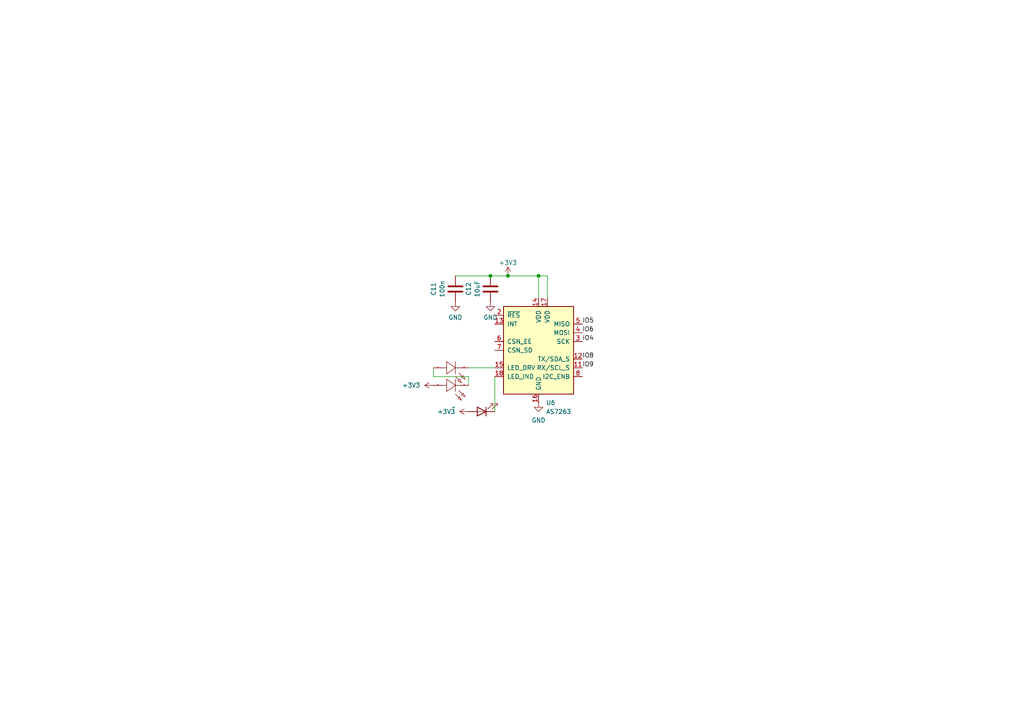
<source format=kicad_sch>
(kicad_sch
	(version 20250114)
	(generator "eeschema")
	(generator_version "9.0")
	(uuid "d7e05b03-0867-44cb-be8d-79344ae7506f")
	(paper "A4")
	(lib_symbols
		(symbol "Device:C"
			(pin_numbers
				(hide yes)
			)
			(pin_names
				(offset 0.254)
			)
			(exclude_from_sim no)
			(in_bom yes)
			(on_board yes)
			(property "Reference" "C"
				(at 0.635 2.54 0)
				(effects
					(font
						(size 1.27 1.27)
					)
					(justify left)
				)
			)
			(property "Value" "C"
				(at 0.635 -2.54 0)
				(effects
					(font
						(size 1.27 1.27)
					)
					(justify left)
				)
			)
			(property "Footprint" ""
				(at 0.9652 -3.81 0)
				(effects
					(font
						(size 1.27 1.27)
					)
					(hide yes)
				)
			)
			(property "Datasheet" "~"
				(at 0 0 0)
				(effects
					(font
						(size 1.27 1.27)
					)
					(hide yes)
				)
			)
			(property "Description" "Unpolarized capacitor"
				(at 0 0 0)
				(effects
					(font
						(size 1.27 1.27)
					)
					(hide yes)
				)
			)
			(property "ki_keywords" "cap capacitor"
				(at 0 0 0)
				(effects
					(font
						(size 1.27 1.27)
					)
					(hide yes)
				)
			)
			(property "ki_fp_filters" "C_*"
				(at 0 0 0)
				(effects
					(font
						(size 1.27 1.27)
					)
					(hide yes)
				)
			)
			(symbol "C_0_1"
				(polyline
					(pts
						(xy -2.032 0.762) (xy 2.032 0.762)
					)
					(stroke
						(width 0.508)
						(type default)
					)
					(fill
						(type none)
					)
				)
				(polyline
					(pts
						(xy -2.032 -0.762) (xy 2.032 -0.762)
					)
					(stroke
						(width 0.508)
						(type default)
					)
					(fill
						(type none)
					)
				)
			)
			(symbol "C_1_1"
				(pin passive line
					(at 0 3.81 270)
					(length 2.794)
					(name "~"
						(effects
							(font
								(size 1.27 1.27)
							)
						)
					)
					(number "1"
						(effects
							(font
								(size 1.27 1.27)
							)
						)
					)
				)
				(pin passive line
					(at 0 -3.81 90)
					(length 2.794)
					(name "~"
						(effects
							(font
								(size 1.27 1.27)
							)
						)
					)
					(number "2"
						(effects
							(font
								(size 1.27 1.27)
							)
						)
					)
				)
			)
			(embedded_fonts no)
		)
		(symbol "Device:LED"
			(pin_numbers
				(hide yes)
			)
			(pin_names
				(offset 1.016)
				(hide yes)
			)
			(exclude_from_sim no)
			(in_bom yes)
			(on_board yes)
			(property "Reference" "D"
				(at 0 2.54 0)
				(effects
					(font
						(size 1.27 1.27)
					)
				)
			)
			(property "Value" "LED"
				(at 0 -2.54 0)
				(effects
					(font
						(size 1.27 1.27)
					)
				)
			)
			(property "Footprint" ""
				(at 0 0 0)
				(effects
					(font
						(size 1.27 1.27)
					)
					(hide yes)
				)
			)
			(property "Datasheet" "~"
				(at 0 0 0)
				(effects
					(font
						(size 1.27 1.27)
					)
					(hide yes)
				)
			)
			(property "Description" "Light emitting diode"
				(at 0 0 0)
				(effects
					(font
						(size 1.27 1.27)
					)
					(hide yes)
				)
			)
			(property "Sim.Pins" "1=K 2=A"
				(at 0 0 0)
				(effects
					(font
						(size 1.27 1.27)
					)
					(hide yes)
				)
			)
			(property "ki_keywords" "LED diode"
				(at 0 0 0)
				(effects
					(font
						(size 1.27 1.27)
					)
					(hide yes)
				)
			)
			(property "ki_fp_filters" "LED* LED_SMD:* LED_THT:*"
				(at 0 0 0)
				(effects
					(font
						(size 1.27 1.27)
					)
					(hide yes)
				)
			)
			(symbol "LED_0_1"
				(polyline
					(pts
						(xy -3.048 -0.762) (xy -4.572 -2.286) (xy -3.81 -2.286) (xy -4.572 -2.286) (xy -4.572 -1.524)
					)
					(stroke
						(width 0)
						(type default)
					)
					(fill
						(type none)
					)
				)
				(polyline
					(pts
						(xy -1.778 -0.762) (xy -3.302 -2.286) (xy -2.54 -2.286) (xy -3.302 -2.286) (xy -3.302 -1.524)
					)
					(stroke
						(width 0)
						(type default)
					)
					(fill
						(type none)
					)
				)
				(polyline
					(pts
						(xy -1.27 0) (xy 1.27 0)
					)
					(stroke
						(width 0)
						(type default)
					)
					(fill
						(type none)
					)
				)
				(polyline
					(pts
						(xy -1.27 -1.27) (xy -1.27 1.27)
					)
					(stroke
						(width 0.254)
						(type default)
					)
					(fill
						(type none)
					)
				)
				(polyline
					(pts
						(xy 1.27 -1.27) (xy 1.27 1.27) (xy -1.27 0) (xy 1.27 -1.27)
					)
					(stroke
						(width 0.254)
						(type default)
					)
					(fill
						(type none)
					)
				)
			)
			(symbol "LED_1_1"
				(pin passive line
					(at -3.81 0 0)
					(length 2.54)
					(name "K"
						(effects
							(font
								(size 1.27 1.27)
							)
						)
					)
					(number "1"
						(effects
							(font
								(size 1.27 1.27)
							)
						)
					)
				)
				(pin passive line
					(at 3.81 0 180)
					(length 2.54)
					(name "A"
						(effects
							(font
								(size 1.27 1.27)
							)
						)
					)
					(number "2"
						(effects
							(font
								(size 1.27 1.27)
							)
						)
					)
				)
			)
			(embedded_fonts no)
		)
		(symbol "New_Library_0:JNJ-3030SX30102091"
			(exclude_from_sim no)
			(in_bom yes)
			(on_board yes)
			(property "Reference" "U"
				(at 0 6.604 0)
				(effects
					(font
						(size 1.27 1.27)
					)
				)
			)
			(property "Value" ""
				(at 0 0 0)
				(effects
					(font
						(size 1.27 1.27)
					)
				)
			)
			(property "Footprint" ""
				(at 0 0 0)
				(effects
					(font
						(size 1.27 1.27)
					)
					(hide yes)
				)
			)
			(property "Datasheet" ""
				(at 0 0 0)
				(effects
					(font
						(size 1.27 1.27)
					)
					(hide yes)
				)
			)
			(property "Description" ""
				(at 0 0 0)
				(effects
					(font
						(size 1.27 1.27)
					)
					(hide yes)
				)
			)
			(property "Manufacturer Part" "JNJ-3030SX30102091"
				(at 0.508 -5.842 0)
				(effects
					(font
						(size 1.27 1.27)
					)
					(hide yes)
				)
			)
			(property "Manufacturer" ""
				(at 0 0 0)
				(effects
					(font
						(size 1.27 1.27)
					)
					(hide yes)
				)
			)
			(property "Supplier Part" ""
				(at 0 0 0)
				(effects
					(font
						(size 1.27 1.27)
					)
					(hide yes)
				)
			)
			(property "Supplier" ""
				(at 0 0 0)
				(effects
					(font
						(size 1.27 1.27)
					)
					(hide yes)
				)
			)
			(property "LCSC Part Name" ""
				(at 0 0 0)
				(effects
					(font
						(size 1.27 1.27)
					)
					(hide yes)
				)
			)
			(symbol "JNJ-3030SX30102091_1_0"
				(polyline
					(pts
						(xy -4.064 5.842) (xy -3.048 5.334) (xy -3.048 5.334) (xy -3.556 4.826) (xy -3.556 4.826) (xy -4.064 5.842)
					)
					(stroke
						(width 0)
						(type default)
					)
					(fill
						(type none)
					)
				)
				(polyline
					(pts
						(xy -4.064 0.762) (xy -3.048 0.254) (xy -3.048 0.254) (xy -3.556 -0.254) (xy -3.556 -0.254) (xy -4.064 0.762)
					)
					(stroke
						(width 0)
						(type default)
					)
					(fill
						(type none)
					)
				)
				(polyline
					(pts
						(xy -3.048 6.858) (xy -2.032 6.35) (xy -2.032 6.35) (xy -2.54 5.842) (xy -2.54 5.842) (xy -3.048 6.858)
					)
					(stroke
						(width 0)
						(type default)
					)
					(fill
						(type none)
					)
				)
				(polyline
					(pts
						(xy -3.048 1.778) (xy -2.032 1.27) (xy -2.032 1.27) (xy -2.54 0.762) (xy -2.54 0.762) (xy -3.048 1.778)
					)
					(stroke
						(width 0)
						(type default)
					)
					(fill
						(type none)
					)
				)
				(polyline
					(pts
						(xy -2.286 4.064) (xy -3.302 5.08)
					)
					(stroke
						(width 0)
						(type default)
					)
					(fill
						(type none)
					)
				)
				(polyline
					(pts
						(xy -2.286 -1.016) (xy -3.302 0)
					)
					(stroke
						(width 0)
						(type default)
					)
					(fill
						(type none)
					)
				)
				(polyline
					(pts
						(xy -1.27 5.08) (xy -2.286 6.096)
					)
					(stroke
						(width 0)
						(type default)
					)
					(fill
						(type none)
					)
				)
				(polyline
					(pts
						(xy -1.27 4.318) (xy -1.27 0.762)
					)
					(stroke
						(width 0)
						(type default)
					)
					(fill
						(type none)
					)
				)
				(polyline
					(pts
						(xy -1.27 2.54) (xy -2.54 2.54)
					)
					(stroke
						(width 0)
						(type default)
					)
					(fill
						(type none)
					)
				)
				(polyline
					(pts
						(xy -1.27 0) (xy -2.286 1.016)
					)
					(stroke
						(width 0)
						(type default)
					)
					(fill
						(type none)
					)
				)
				(polyline
					(pts
						(xy -1.27 -0.762) (xy -1.27 -4.318)
					)
					(stroke
						(width 0)
						(type default)
					)
					(fill
						(type none)
					)
				)
				(polyline
					(pts
						(xy -1.27 -2.54) (xy -2.54 -2.54)
					)
					(stroke
						(width 0)
						(type default)
					)
					(fill
						(type none)
					)
				)
				(polyline
					(pts
						(xy 1.27 4.318) (xy -1.27 2.54) (xy -1.27 2.54) (xy 1.27 0.762) (xy 1.27 0.762) (xy 1.27 4.318)
					)
					(stroke
						(width 0)
						(type default)
					)
					(fill
						(type none)
					)
				)
				(polyline
					(pts
						(xy 1.27 -0.762) (xy -1.27 -2.54) (xy -1.27 -2.54) (xy 1.27 -4.318) (xy 1.27 -4.318) (xy 1.27 -0.762)
					)
					(stroke
						(width 0)
						(type default)
					)
					(fill
						(type none)
					)
				)
				(polyline
					(pts
						(xy 2.54 2.54) (xy 1.27 2.54)
					)
					(stroke
						(width 0)
						(type default)
					)
					(fill
						(type none)
					)
				)
				(polyline
					(pts
						(xy 2.54 -2.54) (xy 1.27 -2.54)
					)
					(stroke
						(width 0)
						(type default)
					)
					(fill
						(type none)
					)
				)
				(pin unspecified line
					(at -5.08 2.54 0)
					(length 2.54)
					(name "1"
						(effects
							(font
								(size 0.0254 0.0254)
							)
						)
					)
					(number "1"
						(effects
							(font
								(size 0.0254 0.0254)
							)
						)
					)
				)
				(pin unspecified line
					(at -5.08 -2.54 0)
					(length 2.54)
					(name "3"
						(effects
							(font
								(size 0.0254 0.0254)
							)
						)
					)
					(number "3"
						(effects
							(font
								(size 0.0254 0.0254)
							)
						)
					)
				)
				(pin unspecified line
					(at 5.08 2.54 180)
					(length 2.54)
					(name "2"
						(effects
							(font
								(size 0.0254 0.0254)
							)
						)
					)
					(number "2"
						(effects
							(font
								(size 0.0254 0.0254)
							)
						)
					)
				)
				(pin unspecified line
					(at 5.08 -2.54 180)
					(length 2.54)
					(name "4"
						(effects
							(font
								(size 0.0254 0.0254)
							)
						)
					)
					(number "4"
						(effects
							(font
								(size 0.0254 0.0254)
							)
						)
					)
				)
			)
			(embedded_fonts no)
		)
		(symbol "Sensor_Optical:AS7263"
			(pin_names
				(offset 1.016)
			)
			(exclude_from_sim no)
			(in_bom yes)
			(on_board yes)
			(property "Reference" "U"
				(at -10.16 17.78 0)
				(effects
					(font
						(size 1.27 1.27)
					)
					(justify left)
				)
			)
			(property "Value" "AS7263"
				(at -10.16 15.24 0)
				(effects
					(font
						(size 1.27 1.27)
					)
					(justify left)
				)
			)
			(property "Footprint" "Package_LGA:AMS_LGA-20_4.7x4.5mm_P0.65mm"
				(at 0 -17.78 0)
				(effects
					(font
						(size 1.27 1.27)
					)
					(hide yes)
				)
			)
			(property "Datasheet" "https://ams.com/documents/20143/36005/AS7263_DS000476_4-00.pdf"
				(at 15.24 5.08 0)
				(effects
					(font
						(size 1.27 1.27)
					)
					(hide yes)
				)
			)
			(property "Description" "Spectral Sensing Engine, 6-Channel NIR Spectral_ID"
				(at 0 0 0)
				(effects
					(font
						(size 1.27 1.27)
					)
					(hide yes)
				)
			)
			(property "ki_keywords" "6-Channel NIR Spectral_ID Device Electronic Shutter Smart Interface i2c uart"
				(at 0 0 0)
				(effects
					(font
						(size 1.27 1.27)
					)
					(hide yes)
				)
			)
			(property "ki_fp_filters" "AMS?LGA*4.7x4.5mm*P0.65mm*"
				(at 0 0 0)
				(effects
					(font
						(size 1.27 1.27)
					)
					(hide yes)
				)
			)
			(symbol "AS7263_0_1"
				(rectangle
					(start -10.16 12.7)
					(end 10.16 -12.7)
					(stroke
						(width 0.254)
						(type default)
					)
					(fill
						(type background)
					)
				)
			)
			(symbol "AS7263_1_1"
				(pin input line
					(at -12.7 10.16 0)
					(length 2.54)
					(name "~{RES}"
						(effects
							(font
								(size 1.27 1.27)
							)
						)
					)
					(number "2"
						(effects
							(font
								(size 1.27 1.27)
							)
						)
					)
				)
				(pin input line
					(at -12.7 7.62 0)
					(length 2.54)
					(name "INT"
						(effects
							(font
								(size 1.27 1.27)
							)
						)
					)
					(number "13"
						(effects
							(font
								(size 1.27 1.27)
							)
						)
					)
				)
				(pin no_connect line
					(at -12.7 5.08 0)
					(length 2.54)
					(hide yes)
					(name "NF"
						(effects
							(font
								(size 1.27 1.27)
							)
						)
					)
					(number "10"
						(effects
							(font
								(size 1.27 1.27)
							)
						)
					)
				)
				(pin input line
					(at -12.7 2.54 0)
					(length 2.54)
					(name "CSN_EE"
						(effects
							(font
								(size 1.27 1.27)
							)
						)
					)
					(number "6"
						(effects
							(font
								(size 1.27 1.27)
							)
						)
					)
				)
				(pin input line
					(at -12.7 0 0)
					(length 2.54)
					(name "CSN_SD"
						(effects
							(font
								(size 1.27 1.27)
							)
						)
					)
					(number "7"
						(effects
							(font
								(size 1.27 1.27)
							)
						)
					)
				)
				(pin output line
					(at -12.7 -5.08 0)
					(length 2.54)
					(name "LED_DRV"
						(effects
							(font
								(size 1.27 1.27)
							)
						)
					)
					(number "15"
						(effects
							(font
								(size 1.27 1.27)
							)
						)
					)
				)
				(pin output line
					(at -12.7 -7.62 0)
					(length 2.54)
					(name "LED_IND"
						(effects
							(font
								(size 1.27 1.27)
							)
						)
					)
					(number "18"
						(effects
							(font
								(size 1.27 1.27)
							)
						)
					)
				)
				(pin no_connect line
					(at -10.16 -2.54 0)
					(length 2.54)
					(hide yes)
					(name "NF"
						(effects
							(font
								(size 1.27 1.27)
							)
						)
					)
					(number "19"
						(effects
							(font
								(size 1.27 1.27)
							)
						)
					)
				)
				(pin no_connect line
					(at -10.16 -10.16 0)
					(length 2.54)
					(hide yes)
					(name "NF"
						(effects
							(font
								(size 1.27 1.27)
							)
						)
					)
					(number "20"
						(effects
							(font
								(size 1.27 1.27)
							)
						)
					)
				)
				(pin power_in line
					(at 0 15.24 270)
					(length 2.54)
					(name "VDD"
						(effects
							(font
								(size 1.27 1.27)
							)
						)
					)
					(number "14"
						(effects
							(font
								(size 1.27 1.27)
							)
						)
					)
				)
				(pin power_in line
					(at 0 -15.24 90)
					(length 2.54)
					(name "GND"
						(effects
							(font
								(size 1.27 1.27)
							)
						)
					)
					(number "16"
						(effects
							(font
								(size 1.27 1.27)
							)
						)
					)
				)
				(pin power_in line
					(at 2.54 15.24 270)
					(length 2.54)
					(name "VDD"
						(effects
							(font
								(size 1.27 1.27)
							)
						)
					)
					(number "17"
						(effects
							(font
								(size 1.27 1.27)
							)
						)
					)
				)
				(pin no_connect line
					(at 10.16 10.16 180)
					(length 2.54)
					(hide yes)
					(name "NF"
						(effects
							(font
								(size 1.27 1.27)
							)
						)
					)
					(number "1"
						(effects
							(font
								(size 1.27 1.27)
							)
						)
					)
				)
				(pin no_connect line
					(at 10.16 -10.16 180)
					(length 2.54)
					(hide yes)
					(name "NF"
						(effects
							(font
								(size 1.27 1.27)
							)
						)
					)
					(number "9"
						(effects
							(font
								(size 1.27 1.27)
							)
						)
					)
				)
				(pin bidirectional line
					(at 12.7 7.62 180)
					(length 2.54)
					(name "MISO"
						(effects
							(font
								(size 1.27 1.27)
							)
						)
					)
					(number "5"
						(effects
							(font
								(size 1.27 1.27)
							)
						)
					)
				)
				(pin bidirectional line
					(at 12.7 5.08 180)
					(length 2.54)
					(name "MOSI"
						(effects
							(font
								(size 1.27 1.27)
							)
						)
					)
					(number "4"
						(effects
							(font
								(size 1.27 1.27)
							)
						)
					)
				)
				(pin input line
					(at 12.7 2.54 180)
					(length 2.54)
					(name "SCK"
						(effects
							(font
								(size 1.27 1.27)
							)
						)
					)
					(number "3"
						(effects
							(font
								(size 1.27 1.27)
							)
						)
					)
				)
				(pin bidirectional line
					(at 12.7 -2.54 180)
					(length 2.54)
					(name "TX/SDA_S"
						(effects
							(font
								(size 1.27 1.27)
							)
						)
					)
					(number "12"
						(effects
							(font
								(size 1.27 1.27)
							)
						)
					)
				)
				(pin input line
					(at 12.7 -5.08 180)
					(length 2.54)
					(name "RX/SCL_S"
						(effects
							(font
								(size 1.27 1.27)
							)
						)
					)
					(number "11"
						(effects
							(font
								(size 1.27 1.27)
							)
						)
					)
				)
				(pin input line
					(at 12.7 -7.62 180)
					(length 2.54)
					(name "I2C_ENB"
						(effects
							(font
								(size 1.27 1.27)
							)
						)
					)
					(number "8"
						(effects
							(font
								(size 1.27 1.27)
							)
						)
					)
				)
			)
			(embedded_fonts no)
		)
		(symbol "power:+3V3"
			(power)
			(pin_numbers
				(hide yes)
			)
			(pin_names
				(offset 0)
				(hide yes)
			)
			(exclude_from_sim no)
			(in_bom yes)
			(on_board yes)
			(property "Reference" "#PWR"
				(at 0 -3.81 0)
				(effects
					(font
						(size 1.27 1.27)
					)
					(hide yes)
				)
			)
			(property "Value" "+3V3"
				(at 0 3.556 0)
				(effects
					(font
						(size 1.27 1.27)
					)
				)
			)
			(property "Footprint" ""
				(at 0 0 0)
				(effects
					(font
						(size 1.27 1.27)
					)
					(hide yes)
				)
			)
			(property "Datasheet" ""
				(at 0 0 0)
				(effects
					(font
						(size 1.27 1.27)
					)
					(hide yes)
				)
			)
			(property "Description" "Power symbol creates a global label with name \"+3V3\""
				(at 0 0 0)
				(effects
					(font
						(size 1.27 1.27)
					)
					(hide yes)
				)
			)
			(property "ki_keywords" "global power"
				(at 0 0 0)
				(effects
					(font
						(size 1.27 1.27)
					)
					(hide yes)
				)
			)
			(symbol "+3V3_0_1"
				(polyline
					(pts
						(xy -0.762 1.27) (xy 0 2.54)
					)
					(stroke
						(width 0)
						(type default)
					)
					(fill
						(type none)
					)
				)
				(polyline
					(pts
						(xy 0 2.54) (xy 0.762 1.27)
					)
					(stroke
						(width 0)
						(type default)
					)
					(fill
						(type none)
					)
				)
				(polyline
					(pts
						(xy 0 0) (xy 0 2.54)
					)
					(stroke
						(width 0)
						(type default)
					)
					(fill
						(type none)
					)
				)
			)
			(symbol "+3V3_1_1"
				(pin power_in line
					(at 0 0 90)
					(length 0)
					(name "~"
						(effects
							(font
								(size 1.27 1.27)
							)
						)
					)
					(number "1"
						(effects
							(font
								(size 1.27 1.27)
							)
						)
					)
				)
			)
			(embedded_fonts no)
		)
		(symbol "power:GND"
			(power)
			(pin_numbers
				(hide yes)
			)
			(pin_names
				(offset 0)
				(hide yes)
			)
			(exclude_from_sim no)
			(in_bom yes)
			(on_board yes)
			(property "Reference" "#PWR"
				(at 0 -6.35 0)
				(effects
					(font
						(size 1.27 1.27)
					)
					(hide yes)
				)
			)
			(property "Value" "GND"
				(at 0 -3.81 0)
				(effects
					(font
						(size 1.27 1.27)
					)
				)
			)
			(property "Footprint" ""
				(at 0 0 0)
				(effects
					(font
						(size 1.27 1.27)
					)
					(hide yes)
				)
			)
			(property "Datasheet" ""
				(at 0 0 0)
				(effects
					(font
						(size 1.27 1.27)
					)
					(hide yes)
				)
			)
			(property "Description" "Power symbol creates a global label with name \"GND\" , ground"
				(at 0 0 0)
				(effects
					(font
						(size 1.27 1.27)
					)
					(hide yes)
				)
			)
			(property "ki_keywords" "global power"
				(at 0 0 0)
				(effects
					(font
						(size 1.27 1.27)
					)
					(hide yes)
				)
			)
			(symbol "GND_0_1"
				(polyline
					(pts
						(xy 0 0) (xy 0 -1.27) (xy 1.27 -1.27) (xy 0 -2.54) (xy -1.27 -1.27) (xy 0 -1.27)
					)
					(stroke
						(width 0)
						(type default)
					)
					(fill
						(type none)
					)
				)
			)
			(symbol "GND_1_1"
				(pin power_in line
					(at 0 0 270)
					(length 0)
					(name "~"
						(effects
							(font
								(size 1.27 1.27)
							)
						)
					)
					(number "1"
						(effects
							(font
								(size 1.27 1.27)
							)
						)
					)
				)
			)
			(embedded_fonts no)
		)
	)
	(junction
		(at 147.32 80.01)
		(diameter 0)
		(color 0 0 0 0)
		(uuid "59622248-86c2-4ce2-9669-883e6e7861fd")
	)
	(junction
		(at 142.24 80.01)
		(diameter 0)
		(color 0 0 0 0)
		(uuid "d444efc6-fc07-435f-aebb-f269d37bdab4")
	)
	(junction
		(at 156.21 80.01)
		(diameter 0)
		(color 0 0 0 0)
		(uuid "e95aa7ba-b8a4-448f-b36b-e346f65afa72")
	)
	(wire
		(pts
			(xy 143.51 109.22) (xy 143.51 119.38)
		)
		(stroke
			(width 0)
			(type default)
		)
		(uuid "14b22ede-0bc3-4fe9-bd33-7ff1762e9d6f")
	)
	(wire
		(pts
			(xy 158.75 80.01) (xy 156.21 80.01)
		)
		(stroke
			(width 0)
			(type default)
		)
		(uuid "14ea8241-1be6-4800-86ee-0710b3a83066")
	)
	(wire
		(pts
			(xy 142.24 80.01) (xy 147.32 80.01)
		)
		(stroke
			(width 0)
			(type default)
		)
		(uuid "2f934e87-1873-438d-ab3f-9a792ac58344")
	)
	(wire
		(pts
			(xy 135.89 109.22) (xy 135.89 111.76)
		)
		(stroke
			(width 0)
			(type default)
		)
		(uuid "3111994b-fdf7-4583-a1c7-5795e06f2a78")
	)
	(wire
		(pts
			(xy 125.73 106.68) (xy 125.73 109.22)
		)
		(stroke
			(width 0)
			(type default)
		)
		(uuid "4b581139-3acf-48c5-893c-56f705130955")
	)
	(wire
		(pts
			(xy 156.21 86.36) (xy 156.21 80.01)
		)
		(stroke
			(width 0)
			(type default)
		)
		(uuid "7b4c46fe-9edb-4ed5-bceb-c19c224b42f7")
	)
	(wire
		(pts
			(xy 147.32 80.01) (xy 156.21 80.01)
		)
		(stroke
			(width 0)
			(type default)
		)
		(uuid "806d2116-561f-42c0-a47f-251cfb2e00d9")
	)
	(wire
		(pts
			(xy 158.75 86.36) (xy 158.75 80.01)
		)
		(stroke
			(width 0)
			(type default)
		)
		(uuid "8b0dbcc0-dc3e-49f5-acd8-a1726bdd7c6e")
	)
	(wire
		(pts
			(xy 132.08 80.01) (xy 142.24 80.01)
		)
		(stroke
			(width 0)
			(type default)
		)
		(uuid "c343c9bc-584d-4a0e-831a-817c6fc49378")
	)
	(wire
		(pts
			(xy 125.73 109.22) (xy 135.89 109.22)
		)
		(stroke
			(width 0)
			(type default)
		)
		(uuid "e8f51c98-4eb5-46f9-a828-4d643163d567")
	)
	(wire
		(pts
			(xy 135.89 106.68) (xy 143.51 106.68)
		)
		(stroke
			(width 0)
			(type default)
		)
		(uuid "fc766a7a-8102-431a-afe4-dc885ad649d7")
	)
	(label "IO9"
		(at 168.91 106.68 0)
		(effects
			(font
				(size 1.27 1.27)
			)
			(justify left bottom)
		)
		(uuid "2ea17550-1101-40f0-94df-5bdb90c8bc91")
	)
	(label "IO6"
		(at 168.91 96.52 0)
		(effects
			(font
				(size 1.27 1.27)
			)
			(justify left bottom)
		)
		(uuid "96c2f320-a4e1-4478-9dd3-1cf80a117143")
	)
	(label "IO4"
		(at 168.91 99.06 0)
		(effects
			(font
				(size 1.27 1.27)
			)
			(justify left bottom)
		)
		(uuid "9e71757a-633f-4450-80ad-921fda396a39")
	)
	(label "IO8"
		(at 168.91 104.14 0)
		(effects
			(font
				(size 1.27 1.27)
			)
			(justify left bottom)
		)
		(uuid "e2f650cf-dfc1-41c5-ad85-9fa5f50022b5")
	)
	(label "IO5"
		(at 168.91 93.98 0)
		(effects
			(font
				(size 1.27 1.27)
			)
			(justify left bottom)
		)
		(uuid "f40f8d5b-ce39-47a4-be23-ec9a300180d9")
	)
	(symbol
		(lib_id "power:GND")
		(at 156.21 116.84 0)
		(unit 1)
		(exclude_from_sim no)
		(in_bom yes)
		(on_board yes)
		(dnp no)
		(fields_autoplaced yes)
		(uuid "208d9543-d343-47d8-99af-00fb8776dee3")
		(property "Reference" "#PWR044"
			(at 156.21 123.19 0)
			(effects
				(font
					(size 1.27 1.27)
				)
				(hide yes)
			)
		)
		(property "Value" "GND"
			(at 156.21 121.92 0)
			(effects
				(font
					(size 1.27 1.27)
				)
			)
		)
		(property "Footprint" ""
			(at 156.21 116.84 0)
			(effects
				(font
					(size 1.27 1.27)
				)
				(hide yes)
			)
		)
		(property "Datasheet" ""
			(at 156.21 116.84 0)
			(effects
				(font
					(size 1.27 1.27)
				)
				(hide yes)
			)
		)
		(property "Description" "Power symbol creates a global label with name \"GND\" , ground"
			(at 156.21 116.84 0)
			(effects
				(font
					(size 1.27 1.27)
				)
				(hide yes)
			)
		)
		(pin "1"
			(uuid "20ac598f-6884-4c19-a135-4fd422f7572d")
		)
		(instances
			(project "SpectrumLabV1"
				(path "/a7bd77f5-8524-422b-aae0-98a46d8f8d84/9fbbd6a7-51a5-4f1f-98cf-dac1738a3c59"
					(reference "#PWR044")
					(unit 1)
				)
			)
		)
	)
	(symbol
		(lib_id "Sensor_Optical:AS7263")
		(at 156.21 101.6 0)
		(unit 1)
		(exclude_from_sim no)
		(in_bom yes)
		(on_board yes)
		(dnp no)
		(fields_autoplaced yes)
		(uuid "27cf7f39-c160-438b-93aa-432568b64ef5")
		(property "Reference" "U6"
			(at 158.3533 116.84 0)
			(effects
				(font
					(size 1.27 1.27)
				)
				(justify left)
			)
		)
		(property "Value" "AS7263"
			(at 158.3533 119.38 0)
			(effects
				(font
					(size 1.27 1.27)
				)
				(justify left)
			)
		)
		(property "Footprint" "Package_LGA:AMS_LGA-20_4.7x4.5mm_P0.65mm"
			(at 156.21 119.38 0)
			(effects
				(font
					(size 1.27 1.27)
				)
				(hide yes)
			)
		)
		(property "Datasheet" "https://ams.com/documents/20143/36005/AS7263_DS000476_4-00.pdf"
			(at 171.45 96.52 0)
			(effects
				(font
					(size 1.27 1.27)
				)
				(hide yes)
			)
		)
		(property "Description" "Spectral Sensing Engine, 6-Channel NIR Spectral_ID"
			(at 156.21 101.6 0)
			(effects
				(font
					(size 1.27 1.27)
				)
				(hide yes)
			)
		)
		(pin "12"
			(uuid "9679d984-f057-40c8-97d3-1f6cab3f840f")
		)
		(pin "7"
			(uuid "82239784-aca2-4727-b531-c5b75cb2e561")
		)
		(pin "1"
			(uuid "1aab3803-93f0-4460-b353-4e1753d6221f")
		)
		(pin "19"
			(uuid "23fb0149-1848-44d8-935c-aac86b984fab")
		)
		(pin "8"
			(uuid "72e90eaf-9310-4f6d-ab58-09ddb9e25606")
		)
		(pin "9"
			(uuid "0c440003-7059-4724-afa6-7280a0b69605")
		)
		(pin "5"
			(uuid "1f05acb7-ae93-4543-aab4-fbe954ce5966")
		)
		(pin "6"
			(uuid "b26ccce9-6527-4f1e-b0b4-b359869247e6")
		)
		(pin "18"
			(uuid "c2b87b54-3d25-4677-afda-5c5b87788c13")
		)
		(pin "14"
			(uuid "75b7c113-be9d-4057-a331-625f5a395a84")
		)
		(pin "16"
			(uuid "bda41af7-91b4-4a7e-a8ce-3c1b8e90ff2d")
		)
		(pin "4"
			(uuid "e44ee517-55de-42ee-93ce-60c32a6f9e52")
		)
		(pin "11"
			(uuid "1e8ffaa9-93ee-474e-9d37-9ac6cb3b2f6a")
		)
		(pin "13"
			(uuid "7a6a995f-1ef7-458f-b8e3-d99ce7768652")
		)
		(pin "2"
			(uuid "59985083-4393-4b8e-8d39-03e56280042b")
		)
		(pin "20"
			(uuid "f7d5b732-f538-4aad-a5d0-b0cf12e2d1d9")
		)
		(pin "17"
			(uuid "aa11cd6d-64b5-4ff9-9b02-737cd63cfb06")
		)
		(pin "15"
			(uuid "216be04d-0696-4f8c-b378-f6d5c8a2b287")
		)
		(pin "10"
			(uuid "7d7b261b-d0fd-4494-af88-dcd915ddc436")
		)
		(pin "3"
			(uuid "cc0729d9-07df-4ce4-b8d0-52e3532b5663")
		)
		(instances
			(project "SpectrumLabV1"
				(path "/a7bd77f5-8524-422b-aae0-98a46d8f8d84/9fbbd6a7-51a5-4f1f-98cf-dac1738a3c59"
					(reference "U6")
					(unit 1)
				)
			)
		)
	)
	(symbol
		(lib_id "power:GND")
		(at 132.08 87.63 0)
		(unit 1)
		(exclude_from_sim no)
		(in_bom yes)
		(on_board yes)
		(dnp no)
		(uuid "3b39093e-feea-4ddf-b5e3-e78cb0689989")
		(property "Reference" "#PWR040"
			(at 132.08 93.98 0)
			(effects
				(font
					(size 1.27 1.27)
				)
				(hide yes)
			)
		)
		(property "Value" "GND"
			(at 132.08 92.075 0)
			(effects
				(font
					(size 1.27 1.27)
				)
			)
		)
		(property "Footprint" ""
			(at 132.08 87.63 0)
			(effects
				(font
					(size 1.27 1.27)
				)
				(hide yes)
			)
		)
		(property "Datasheet" ""
			(at 132.08 87.63 0)
			(effects
				(font
					(size 1.27 1.27)
				)
				(hide yes)
			)
		)
		(property "Description" "Power symbol creates a global label with name \"GND\" , ground"
			(at 132.08 87.63 0)
			(effects
				(font
					(size 1.27 1.27)
				)
				(hide yes)
			)
		)
		(pin "1"
			(uuid "9c651158-5365-43f7-bdf4-22b3a0f84387")
		)
		(instances
			(project "SpectrumLabV1"
				(path "/a7bd77f5-8524-422b-aae0-98a46d8f8d84/9fbbd6a7-51a5-4f1f-98cf-dac1738a3c59"
					(reference "#PWR040")
					(unit 1)
				)
			)
		)
	)
	(symbol
		(lib_id "power:+3V3")
		(at 135.89 119.38 90)
		(unit 1)
		(exclude_from_sim no)
		(in_bom yes)
		(on_board yes)
		(dnp no)
		(uuid "6f790822-1c7a-4db8-8120-e8e870b16f2a")
		(property "Reference" "#PWR041"
			(at 139.7 119.38 0)
			(effects
				(font
					(size 1.27 1.27)
				)
				(hide yes)
			)
		)
		(property "Value" "+3V3"
			(at 132.08 119.3799 90)
			(effects
				(font
					(size 1.27 1.27)
				)
				(justify left)
			)
		)
		(property "Footprint" ""
			(at 135.89 119.38 0)
			(effects
				(font
					(size 1.27 1.27)
				)
				(hide yes)
			)
		)
		(property "Datasheet" ""
			(at 135.89 119.38 0)
			(effects
				(font
					(size 1.27 1.27)
				)
				(hide yes)
			)
		)
		(property "Description" "Power symbol creates a global label with name \"+3V3\""
			(at 135.89 119.38 0)
			(effects
				(font
					(size 1.27 1.27)
				)
				(hide yes)
			)
		)
		(pin "1"
			(uuid "dce1bdae-068e-4c0b-873d-4be2341d9bee")
		)
		(instances
			(project "SpectrumLabV1"
				(path "/a7bd77f5-8524-422b-aae0-98a46d8f8d84/9fbbd6a7-51a5-4f1f-98cf-dac1738a3c59"
					(reference "#PWR041")
					(unit 1)
				)
			)
		)
	)
	(symbol
		(lib_id "Device:C")
		(at 132.08 83.82 180)
		(unit 1)
		(exclude_from_sim no)
		(in_bom yes)
		(on_board yes)
		(dnp no)
		(uuid "7377ee55-d4a7-4051-aac3-c836f6a33357")
		(property "Reference" "C11"
			(at 125.73 83.82 90)
			(effects
				(font
					(size 1.27 1.27)
				)
			)
		)
		(property "Value" "100n"
			(at 128.27 83.82 90)
			(effects
				(font
					(size 1.27 1.27)
				)
			)
		)
		(property "Footprint" "Capacitor_SMD:C_0402_1005Metric"
			(at 131.1148 80.01 0)
			(effects
				(font
					(size 1.27 1.27)
				)
				(hide yes)
			)
		)
		(property "Datasheet" "~"
			(at 132.08 83.82 0)
			(effects
				(font
					(size 1.27 1.27)
				)
				(hide yes)
			)
		)
		(property "Description" "Unpolarized capacitor"
			(at 132.08 83.82 0)
			(effects
				(font
					(size 1.27 1.27)
				)
				(hide yes)
			)
		)
		(property "LCSC Part #" "C1525"
			(at 132.08 83.82 90)
			(effects
				(font
					(size 1.27 1.27)
				)
				(hide yes)
			)
		)
		(pin "1"
			(uuid "421748d1-12a7-42dc-b9a0-d16015c3672e")
		)
		(pin "2"
			(uuid "ba212fc0-0733-434e-93de-3ec5c5f99d94")
		)
		(instances
			(project "SpectrumLabV1"
				(path "/a7bd77f5-8524-422b-aae0-98a46d8f8d84/9fbbd6a7-51a5-4f1f-98cf-dac1738a3c59"
					(reference "C11")
					(unit 1)
				)
			)
		)
	)
	(symbol
		(lib_id "power:+3V3")
		(at 147.32 80.01 0)
		(unit 1)
		(exclude_from_sim no)
		(in_bom yes)
		(on_board yes)
		(dnp no)
		(fields_autoplaced yes)
		(uuid "8d8eabf3-9e47-4ac6-9beb-ddf44b9c29ed")
		(property "Reference" "#PWR043"
			(at 147.32 83.82 0)
			(effects
				(font
					(size 1.27 1.27)
				)
				(hide yes)
			)
		)
		(property "Value" "+3V3"
			(at 147.32 76.2 0)
			(effects
				(font
					(size 1.27 1.27)
				)
			)
		)
		(property "Footprint" ""
			(at 147.32 80.01 0)
			(effects
				(font
					(size 1.27 1.27)
				)
				(hide yes)
			)
		)
		(property "Datasheet" ""
			(at 147.32 80.01 0)
			(effects
				(font
					(size 1.27 1.27)
				)
				(hide yes)
			)
		)
		(property "Description" "Power symbol creates a global label with name \"+3V3\""
			(at 147.32 80.01 0)
			(effects
				(font
					(size 1.27 1.27)
				)
				(hide yes)
			)
		)
		(pin "1"
			(uuid "56e49b12-1b90-484f-8081-4e49693fa113")
		)
		(instances
			(project "SpectrumLabV1"
				(path "/a7bd77f5-8524-422b-aae0-98a46d8f8d84/9fbbd6a7-51a5-4f1f-98cf-dac1738a3c59"
					(reference "#PWR043")
					(unit 1)
				)
			)
		)
	)
	(symbol
		(lib_id "power:GND")
		(at 142.24 87.63 0)
		(unit 1)
		(exclude_from_sim no)
		(in_bom yes)
		(on_board yes)
		(dnp no)
		(uuid "904fd617-5830-4f84-9d8b-46867adc97ad")
		(property "Reference" "#PWR042"
			(at 142.24 93.98 0)
			(effects
				(font
					(size 1.27 1.27)
				)
				(hide yes)
			)
		)
		(property "Value" "GND"
			(at 142.24 92.075 0)
			(effects
				(font
					(size 1.27 1.27)
				)
			)
		)
		(property "Footprint" ""
			(at 142.24 87.63 0)
			(effects
				(font
					(size 1.27 1.27)
				)
				(hide yes)
			)
		)
		(property "Datasheet" ""
			(at 142.24 87.63 0)
			(effects
				(font
					(size 1.27 1.27)
				)
				(hide yes)
			)
		)
		(property "Description" "Power symbol creates a global label with name \"GND\" , ground"
			(at 142.24 87.63 0)
			(effects
				(font
					(size 1.27 1.27)
				)
				(hide yes)
			)
		)
		(pin "1"
			(uuid "1fc6db47-757b-47c7-95ac-870c0e8d79f2")
		)
		(instances
			(project "SpectrumLabV1"
				(path "/a7bd77f5-8524-422b-aae0-98a46d8f8d84/9fbbd6a7-51a5-4f1f-98cf-dac1738a3c59"
					(reference "#PWR042")
					(unit 1)
				)
			)
		)
	)
	(symbol
		(lib_id "Device:C")
		(at 142.24 83.82 180)
		(unit 1)
		(exclude_from_sim no)
		(in_bom yes)
		(on_board yes)
		(dnp no)
		(uuid "9916869a-317f-4d99-b17c-e73e289e8343")
		(property "Reference" "C12"
			(at 135.89 83.82 90)
			(effects
				(font
					(size 1.27 1.27)
				)
			)
		)
		(property "Value" "10uF"
			(at 138.43 83.82 90)
			(effects
				(font
					(size 1.27 1.27)
				)
			)
		)
		(property "Footprint" "Capacitor_SMD:C_0402_1005Metric"
			(at 141.2748 80.01 0)
			(effects
				(font
					(size 1.27 1.27)
				)
				(hide yes)
			)
		)
		(property "Datasheet" "~"
			(at 142.24 83.82 0)
			(effects
				(font
					(size 1.27 1.27)
				)
				(hide yes)
			)
		)
		(property "Description" "Unpolarized capacitor"
			(at 142.24 83.82 0)
			(effects
				(font
					(size 1.27 1.27)
				)
				(hide yes)
			)
		)
		(property "LCSC Part #" "C1525"
			(at 142.24 83.82 90)
			(effects
				(font
					(size 1.27 1.27)
				)
				(hide yes)
			)
		)
		(pin "1"
			(uuid "9084b6fa-13fd-47e0-a794-f5ca32ca6a89")
		)
		(pin "2"
			(uuid "6af06642-2b62-4ae7-8fa5-8c7ef6db786d")
		)
		(instances
			(project "SpectrumLabV1"
				(path "/a7bd77f5-8524-422b-aae0-98a46d8f8d84/9fbbd6a7-51a5-4f1f-98cf-dac1738a3c59"
					(reference "C12")
					(unit 1)
				)
			)
		)
	)
	(symbol
		(lib_id "New_Library_0:JNJ-3030SX30102091")
		(at 130.81 109.22 180)
		(unit 1)
		(exclude_from_sim no)
		(in_bom yes)
		(on_board yes)
		(dnp no)
		(uuid "caa09cb9-2a90-4317-9157-0b897aafc733")
		(property "Reference" "D4"
			(at 131.572 129.54 0)
			(effects
				(font
					(size 1.27 1.27)
				)
				(hide yes)
			)
		)
		(property "Value" "~"
			(at 131.572 118.11 0)
			(effects
				(font
					(size 1.27 1.27)
				)
			)
		)
		(property "Footprint" "Library:LED-SMD_4P-L3.2-W3.0_RS6694-S820B1"
			(at 130.81 109.22 0)
			(effects
				(font
					(size 1.27 1.27)
				)
				(hide yes)
			)
		)
		(property "Datasheet" ""
			(at 130.81 109.22 0)
			(effects
				(font
					(size 1.27 1.27)
				)
				(hide yes)
			)
		)
		(property "Description" ""
			(at 130.81 109.22 0)
			(effects
				(font
					(size 1.27 1.27)
				)
				(hide yes)
			)
		)
		(property "Manufacturer Part" "JNJ-3030SX30102091"
			(at 130.302 103.378 0)
			(effects
				(font
					(size 1.27 1.27)
				)
				(hide yes)
			)
		)
		(property "Manufacturer" ""
			(at 130.81 109.22 0)
			(effects
				(font
					(size 1.27 1.27)
				)
				(hide yes)
			)
		)
		(property "Supplier Part" ""
			(at 130.81 109.22 0)
			(effects
				(font
					(size 1.27 1.27)
				)
				(hide yes)
			)
		)
		(property "Supplier" ""
			(at 130.81 109.22 0)
			(effects
				(font
					(size 1.27 1.27)
				)
				(hide yes)
			)
		)
		(property "LCSC Part Name" ""
			(at 130.81 109.22 0)
			(effects
				(font
					(size 1.27 1.27)
				)
				(hide yes)
			)
		)
		(pin "3"
			(uuid "bed18af5-cf46-48b2-b40f-c756675265e3")
		)
		(pin "2"
			(uuid "ec53e108-a955-4c6f-ae95-fd774d40187f")
		)
		(pin "4"
			(uuid "38c69f00-0667-49bb-af62-1e41a18265ce")
		)
		(pin "1"
			(uuid "e413a7f2-f75b-4f40-bba5-188d02ffeef2")
		)
		(instances
			(project "SpectrumLabV1"
				(path "/a7bd77f5-8524-422b-aae0-98a46d8f8d84/9fbbd6a7-51a5-4f1f-98cf-dac1738a3c59"
					(reference "D4")
					(unit 1)
				)
			)
		)
	)
	(symbol
		(lib_id "Device:LED")
		(at 139.7 119.38 180)
		(unit 1)
		(exclude_from_sim no)
		(in_bom yes)
		(on_board yes)
		(dnp no)
		(fields_autoplaced yes)
		(uuid "e62dda19-7fbd-444b-9dfc-791e8404bdef")
		(property "Reference" "D6"
			(at 141.2875 111.76 0)
			(effects
				(font
					(size 1.27 1.27)
				)
				(hide yes)
			)
		)
		(property "Value" "LED"
			(at 141.2875 114.3 0)
			(effects
				(font
					(size 1.27 1.27)
				)
				(hide yes)
			)
		)
		(property "Footprint" "LED_SMD:LED_Everlight-SMD3528_3.5x2.8mm_67-21ST"
			(at 139.7 119.38 0)
			(effects
				(font
					(size 1.27 1.27)
				)
				(hide yes)
			)
		)
		(property "Datasheet" "~"
			(at 139.7 119.38 0)
			(effects
				(font
					(size 1.27 1.27)
				)
				(hide yes)
			)
		)
		(property "Description" "Light emitting diode"
			(at 139.7 119.38 0)
			(effects
				(font
					(size 1.27 1.27)
				)
				(hide yes)
			)
		)
		(property "Sim.Pins" "1=K 2=A"
			(at 139.7 119.38 0)
			(effects
				(font
					(size 1.27 1.27)
				)
				(hide yes)
			)
		)
		(pin "1"
			(uuid "55b4016c-2e29-43e1-8cef-1431f643baaa")
		)
		(pin "2"
			(uuid "44f31f2c-d4e6-421b-b1be-9b7a4f476445")
		)
		(instances
			(project "SpectrumLabV1"
				(path "/a7bd77f5-8524-422b-aae0-98a46d8f8d84/9fbbd6a7-51a5-4f1f-98cf-dac1738a3c59"
					(reference "D6")
					(unit 1)
				)
			)
		)
	)
	(symbol
		(lib_id "power:+3V3")
		(at 125.73 111.76 90)
		(unit 1)
		(exclude_from_sim no)
		(in_bom yes)
		(on_board yes)
		(dnp no)
		(uuid "fe4ae20c-537c-4b35-a94a-76925d9fc1cd")
		(property "Reference" "#PWR039"
			(at 129.54 111.76 0)
			(effects
				(font
					(size 1.27 1.27)
				)
				(hide yes)
			)
		)
		(property "Value" "+3V3"
			(at 121.92 111.7599 90)
			(effects
				(font
					(size 1.27 1.27)
				)
				(justify left)
			)
		)
		(property "Footprint" ""
			(at 125.73 111.76 0)
			(effects
				(font
					(size 1.27 1.27)
				)
				(hide yes)
			)
		)
		(property "Datasheet" ""
			(at 125.73 111.76 0)
			(effects
				(font
					(size 1.27 1.27)
				)
				(hide yes)
			)
		)
		(property "Description" "Power symbol creates a global label with name \"+3V3\""
			(at 125.73 111.76 0)
			(effects
				(font
					(size 1.27 1.27)
				)
				(hide yes)
			)
		)
		(pin "1"
			(uuid "c083b68b-53e8-4e3d-9760-d236f6dff075")
		)
		(instances
			(project "SpectrumLabV1"
				(path "/a7bd77f5-8524-422b-aae0-98a46d8f8d84/9fbbd6a7-51a5-4f1f-98cf-dac1738a3c59"
					(reference "#PWR039")
					(unit 1)
				)
			)
		)
	)
)

</source>
